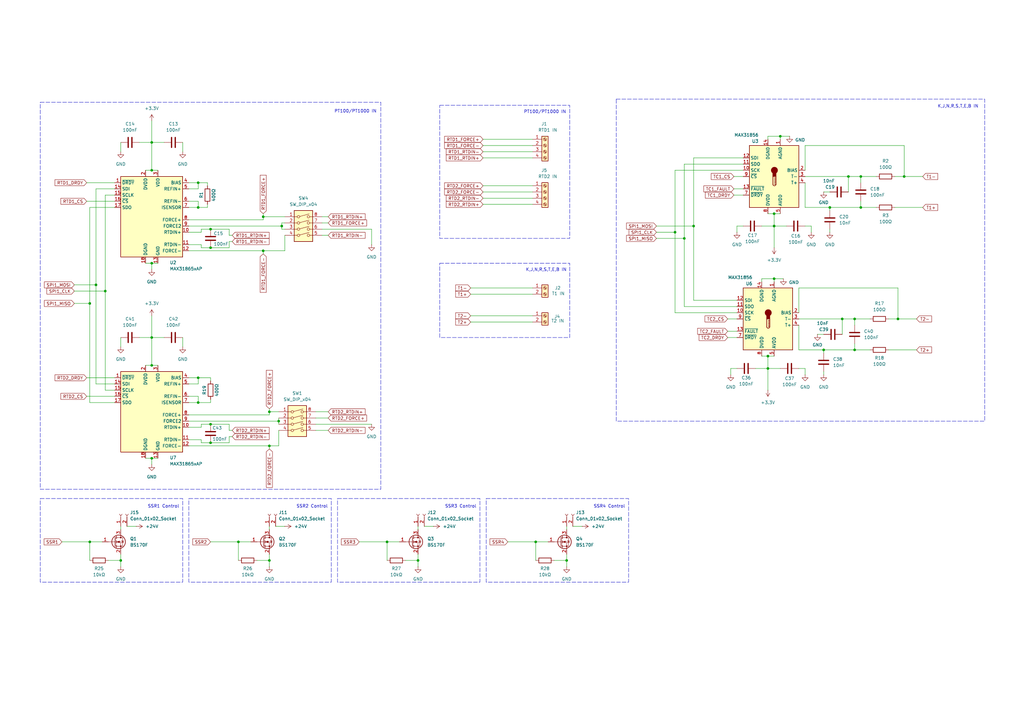
<source format=kicad_sch>
(kicad_sch (version 20231120) (generator "eeschema") (generator_version "8.0")
  (paper "A3")
  (lib_symbols
    (symbol "Connector:Conn_01x02_Socket" (pin_names (offset 1.016) hide)
      (property "Reference" "J" (at 0 2.54 0))
      (property "Value" "Conn_01x02_Socket" (at 0 -5.08 0))
      (symbol "Conn_01x02_Socket_1_1"
        (pin passive line (at -5.08 0 0) (length 3.81) (name "Pin_1") (number "1"))
        (pin passive line (at -5.08 -2.54 0) (length 3.81) (name "Pin_2") (number "2"))
      )
    )
    (symbol "Connector:Screw_Terminal_01x02" (pin_names (offset 1.016) hide)
      (property "Reference" "J" (at 0 2.54 0))
      (property "Value" "Screw_Terminal_01x02" (at 0 -5.08 0))
      (symbol "Screw_Terminal_01x02_1_1"
        (pin passive line (at -5.08 0 0) (length 3.81) (name "Pin_1") (number "1"))
        (pin passive line (at -5.08 -2.54 0) (length 3.81) (name "Pin_2") (number "2"))
      )
    )
    (symbol "Connector:Screw_Terminal_01x04" (pin_names (offset 1.016) hide)
      (property "Reference" "J" (at 0 5.08 0))
      (property "Value" "Screw_Terminal_01x04" (at 0 -7.62 0))
      (symbol "Screw_Terminal_01x04_1_1"
        (pin passive line (at -5.08 2.54 0) (length 3.81) (name "Pin_1") (number "1"))
        (pin passive line (at -5.08 0 0) (length 3.81) (name "Pin_2") (number "2"))
        (pin passive line (at -5.08 -2.54 0) (length 3.81) (name "Pin_3") (number "3"))
        (pin passive line (at -5.08 -5.08 0) (length 3.81) (name "Pin_4") (number "4"))
      )
    )
    (symbol "Device:C" (pin_numbers hide) (pin_names (offset 0.254))
      (property "Reference" "C" (at 0.635 2.54 0))
      (property "Value" "C" (at 0.635 -2.54 0))
      (symbol "C_1_1"
        (pin passive line (at 0 3.81 270) (length 2.794) (name "~") (number "1"))
        (pin passive line (at 0 -3.81 90) (length 2.794) (name "~") (number "2"))
      )
    )
    (symbol "Device:R" (pin_numbers hide) (pin_names (offset 0))
      (property "Reference" "R" (at 2.032 0 90))
      (property "Value" "R" (at 0 0 90))
      (symbol "R_1_1"
        (pin passive line (at 0 3.81 270) (length 1.27) (name "~") (number "1"))
        (pin passive line (at 0 -3.81 90) (length 1.27) (name "~") (number "2"))
      )
    )
    (symbol "Sensor_Temperature:MAX31856"
      (property "Reference" "U" (at -7.62 13.97 0))
      (property "Value" "MAX31856" (at 13.97 13.97 0))
      (symbol "MAX31856_1_1"
        (pin power_in line (at -2.54 -15.24 90) (length 2.54) (name "AGND") (number "1"))
        (pin input line (at 12.7 -2.54 180) (length 2.54) (name "SCK") (number "10"))
        (pin output line (at 12.7 -5.08 180) (length 2.54) (name "SDO") (number "11"))
        (pin input line (at 12.7 -7.62 180) (length 2.54) (name "SDI") (number "12"))
        (pin output line (at 12.7 5.08 180) (length 2.54) (name "~{FAULT}") (number "13"))
        (pin power_in line (at 2.54 -15.24 90) (length 2.54) (name "DGND") (number "14"))
        (pin input line (at -12.7 -2.54 0) (length 2.54) (name "BIAS") (number "2"))
        (pin input line (at -12.7 0 0) (length 2.54) (name "T-") (number "3"))
        (pin input line (at -12.7 2.54 0) (length 2.54) (name "T+") (number "4"))
        (pin power_in line (at -2.54 15.24 270) (length 2.54) (name "AVDD") (number "5"))
        (pin no_connect line (at -10.16 -7.62 0) (length 2.54) hide (name "DNC") (number "6"))
        (pin output line (at 12.7 7.62 180) (length 2.54) (name "~{DRDY}") (number "7"))
        (pin power_in line (at 2.54 15.24 270) (length 2.54) (name "DVDD") (number "8"))
        (pin input line (at 12.7 0 180) (length 2.54) (name "~{CS}") (number "9"))
      )
    )
    (symbol "Sensor_Temperature:MAX31865xAP"
      (property "Reference" "U" (at -11.43 19.05 0))
      (property "Value" "MAX31865xAP" (at 10.16 19.05 0))
      (symbol "MAX31865xAP_1_1"
        (pin output line (at -15.24 15.24 0) (length 2.54) (name "~{DRDY}") (number "1"))
        (pin input line (at 15.24 -5.08 180) (length 2.54) (name "RTDIN+") (number "10"))
        (pin input line (at 15.24 -10.16 180) (length 2.54) (name "RTDIN-") (number "11"))
        (pin power_out line (at 15.24 -12.7 180) (length 2.54) (name "FORCE-") (number "12"))
        (pin power_in line (at 2.54 -17.78 90) (length 2.54) (name "GND") (number "13"))
        (pin input line (at -15.24 12.7 0) (length 2.54) (name "SDI") (number "14"))
        (pin input line (at -15.24 10.16 0) (length 2.54) (name "SCLK") (number "15"))
        (pin input line (at -15.24 7.62 0) (length 2.54) (name "~{CS}") (number "16"))
        (pin tri_state line (at -15.24 5.08 0) (length 2.54) (name "SDO") (number "17"))
        (pin power_in line (at -2.54 -17.78 90) (length 2.54) (name "DGND") (number "18"))
        (pin passive line (at 2.54 -17.78 90) (length 2.54) hide (name "GND") (number "19"))
        (pin power_in line (at -2.54 20.32 270) (length 2.54) (name "DVDD") (number "2"))
        (pin no_connect line (at -12.7 -2.54 0) (length 2.54) hide (name "NC") (number "20"))
        (pin power_in line (at 2.54 20.32 270) (length 2.54) (name "VDD") (number "3"))
        (pin power_out line (at 15.24 15.24 180) (length 2.54) (name "BIAS") (number "4"))
        (pin input line (at 15.24 12.7 180) (length 2.54) (name "REFIN+") (number "5"))
        (pin input line (at 15.24 7.62 180) (length 2.54) (name "REFIN-") (number "6"))
        (pin passive line (at 15.24 5.08 180) (length 2.54) (name "ISENSOR") (number "7"))
        (pin passive line (at 15.24 0 180) (length 2.54) (name "FORCE+") (number "8"))
        (pin input line (at 15.24 -2.54 180) (length 2.54) (name "FORCE2") (number "9"))
      )
    )
    (symbol "Switch:SW_DIP_x04" (pin_names (offset 0) hide)
      (property "Reference" "SW" (at 0 8.89 0))
      (property "Value" "SW_DIP_x04" (at 0 -6.35 0))
      (symbol "SW_DIP_x04_1_1"
        (pin passive line (at -7.62 5.08 0) (length 5.08) (name "~") (number "1"))
        (pin passive line (at -7.62 2.54 0) (length 5.08) (name "~") (number "2"))
        (pin passive line (at -7.62 0 0) (length 5.08) (name "~") (number "3"))
        (pin passive line (at -7.62 -2.54 0) (length 5.08) (name "~") (number "4"))
        (pin passive line (at 7.62 -2.54 180) (length 5.08) (name "~") (number "5"))
        (pin passive line (at 7.62 0 180) (length 5.08) (name "~") (number "6"))
        (pin passive line (at 7.62 2.54 180) (length 5.08) (name "~") (number "7"))
        (pin passive line (at 7.62 5.08 180) (length 5.08) (name "~") (number "8"))
      )
    )
    (symbol "Transistor_FET:BS170F" (pin_names hide)
      (property "Reference" "Q" (at 5.08 1.905 0))
      (property "Value" "BS170F" (at 5.08 0 0))
      (symbol "BS170F_1_1"
        (pin input line (at -5.08 0 0) (length 2.54) (name "G") (number "1"))
        (pin passive line (at 2.54 -5.08 90) (length 2.54) (name "S") (number "2"))
        (pin passive line (at 2.54 5.08 270) (length 2.54) (name "D") (number "3"))
      )
    )
    (symbol "power:+24V" (power) (pin_numbers hide) (pin_names (offset 0) hide)
      (property "Value" "+24V" (at 0 3.556 0))
      (symbol "+24V_1_1"
        (pin power_in line (at 0 0 90) (length 0) (name "~") (number "1"))
      )
    )
    (symbol "power:+3.3V" (power) (pin_numbers hide) (pin_names (offset 0) hide)
      (property "Value" "+3.3V" (at 0 3.556 0))
      (symbol "+3.3V_1_1"
        (pin power_in line (at 0 0 90) (length 0) (name "~") (number "1"))
      )
    )
    (symbol "power:GND" (power) (pin_numbers hide) (pin_names (offset 0) hide)
      (property "Value" "GND" (at 0 -3.81 0))
      (symbol "GND_1_1"
        (pin power_in line (at 0 0 270) (length 0) (name "~") (number "1"))
      )
    )
  )
  (junction (at 276.86 95.25))
  (junction (at 86.36 181.61))
  (junction (at 81.28 74.93))
  (junction (at 368.3 130.81))
  (junction (at 115.57 92.71))
  (junction (at 36.83 124.46))
  (junction (at 350.52 130.81))
  (junction (at 81.28 154.94))
  (junction (at 232.41 229.87))
  (junction (at 43.18 119.38))
  (junction (at 97.79 222.25))
  (junction (at 62.23 107.95))
  (junction (at 314.96 146.05))
  (junction (at 347.98 72.39))
  (junction (at 107.95 102.87))
  (junction (at 62.23 187.96))
  (junction (at 49.53 229.87))
  (junction (at 86.36 93.98))
  (junction (at 314.96 151.13))
  (junction (at 62.23 58.42))
  (junction (at 340.36 85.09))
  (junction (at 350.52 143.51))
  (junction (at 110.49 168.91))
  (junction (at 317.5 114.3))
  (junction (at 62.23 69.85))
  (junction (at 107.95 88.9))
  (junction (at 345.44 130.81))
  (junction (at 317.5 87.63))
  (junction (at 370.84 72.39))
  (junction (at 81.28 85.09))
  (junction (at 317.5 92.71))
  (junction (at 110.49 229.87))
  (junction (at 284.48 92.71))
  (junction (at 36.83 222.25))
  (junction (at 353.06 85.09))
  (junction (at 337.82 143.51))
  (junction (at 86.36 173.99))
  (junction (at 86.36 101.6))
  (junction (at 353.06 72.39))
  (junction (at 114.3 172.72))
  (junction (at 110.49 182.88))
  (junction (at 219.71 222.25))
  (junction (at 158.75 222.25))
  (junction (at 320.04 55.88))
  (junction (at 280.67 97.79))
  (junction (at 62.23 149.86))
  (junction (at 81.28 165.1))
  (junction (at 39.37 116.84))
  (junction (at 171.45 229.87))
  (junction (at 62.23 138.43))
  (wire (pts (xy 132.08 93.98) (xy 152.4 93.98)))
  (wire (pts (xy 317.5 92.71) (xy 312.42 92.71)))
  (wire (pts (xy 300.99 72.39) (xy 304.8 72.39)))
  (wire (pts (xy 81.28 165.1) (xy 86.36 165.1)))
  (wire (pts (xy 74.93 58.42) (xy 74.93 62.23)))
  (wire (pts (xy 113.03 215.9) (xy 116.84 215.9)))
  (wire (pts (xy 86.36 165.1) (xy 86.36 163.83)))
  (wire (pts (xy 330.2 151.13) (xy 330.2 153.67)))
  (wire (pts (xy 35.56 162.56) (xy 46.99 162.56)))
  (wire (pts (xy 25.4 222.25) (xy 36.83 222.25)))
  (wire (pts (xy 107.95 88.9) (xy 116.84 88.9)))
  (wire (pts (xy 314.96 55.88) (xy 320.04 55.88)))
  (wire (pts (xy 312.42 114.3) (xy 317.5 114.3)))
  (wire (pts (xy 39.37 77.47) (xy 39.37 116.84)))
  (wire (pts (xy 276.86 95.25) (xy 269.24 95.25)))
  (wire (pts (xy 49.53 138.43) (xy 49.53 142.24)))
  (wire (pts (xy 147.32 222.25) (xy 158.75 222.25)))
  (wire (pts (xy 49.53 229.87) (xy 49.53 232.41)))
  (wire (pts (xy 320.04 55.88) (xy 323.85 55.88)))
  (wire (pts (xy 82.55 181.61) (xy 86.36 181.61)))
  (wire (pts (xy 198.12 57.15) (xy 218.44 57.15)))
  (wire (pts (xy 198.12 59.69) (xy 218.44 59.69)))
  (wire (pts (xy 330.2 69.85) (xy 330.2 59.69)))
  (wire (pts (xy 114.3 172.72) (xy 114.3 173.99)))
  (wire (pts (xy 284.48 92.71) (xy 269.24 92.71)))
  (wire (pts (xy 276.86 128.27) (xy 276.86 95.25)))
  (wire (pts (xy 337.82 144.78) (xy 337.82 143.51)))
  (wire (pts (xy 227.33 229.87) (xy 232.41 229.87)))
  (wire (pts (xy 304.8 92.71) (xy 302.26 92.71)))
  (wire (pts (xy 327.66 143.51) (xy 337.82 143.51)))
  (wire (pts (xy 347.98 72.39) (xy 347.98 78.74)))
  (wire (pts (xy 312.42 146.05) (xy 314.96 146.05)))
  (wire (pts (xy 208.28 222.25) (xy 219.71 222.25)))
  (wire (pts (xy 152.4 93.98) (xy 152.4 100.33)))
  (wire (pts (xy 314.96 146.05) (xy 317.5 146.05)))
  (wire (pts (xy 367.03 85.09) (xy 378.46 85.09)))
  (wire (pts (xy 77.47 175.26) (xy 82.55 175.26)))
  (wire (pts (xy 116.84 91.44) (xy 115.57 91.44)))
  (wire (pts (xy 340.36 86.36) (xy 340.36 85.09)))
  (wire (pts (xy 327.66 118.11) (xy 368.3 118.11)))
  (wire (pts (xy 314.96 87.63) (xy 317.5 87.63)))
  (wire (pts (xy 46.99 85.09) (xy 36.83 85.09)))
  (wire (pts (xy 62.23 107.95) (xy 62.23 110.49)))
  (wire (pts (xy 36.83 85.09) (xy 36.83 124.46)))
  (wire (pts (xy 350.52 140.97) (xy 350.52 143.51)))
  (wire (pts (xy 93.98 179.07) (xy 95.25 179.07)))
  (wire (pts (xy 77.47 90.17) (xy 107.95 90.17)))
  (wire (pts (xy 219.71 222.25) (xy 219.71 229.87)))
  (wire (pts (xy 193.04 120.65) (xy 218.44 120.65)))
  (wire (pts (xy 132.08 88.9) (xy 134.62 88.9)))
  (wire (pts (xy 36.83 222.25) (xy 41.91 222.25)))
  (wire (pts (xy 320.04 57.15) (xy 320.04 55.88)))
  (wire (pts (xy 77.47 182.88) (xy 110.49 182.88)))
  (wire (pts (xy 284.48 123.19) (xy 302.26 123.19)))
  (wire (pts (xy 62.23 138.43) (xy 67.31 138.43)))
  (wire (pts (xy 77.47 95.25) (xy 82.55 95.25)))
  (wire (pts (xy 82.55 101.6) (xy 86.36 101.6)))
  (wire (pts (xy 62.23 58.42) (xy 67.31 58.42)))
  (wire (pts (xy 59.69 187.96) (xy 62.23 187.96)))
  (wire (pts (xy 353.06 74.93) (xy 353.06 72.39)))
  (wire (pts (xy 345.44 130.81) (xy 350.52 130.81)))
  (wire (pts (xy 52.07 215.9) (xy 55.88 215.9)))
  (wire (pts (xy 368.3 130.81) (xy 364.49 130.81)))
  (wire (pts (xy 85.09 74.93) (xy 85.09 76.2)))
  (wire (pts (xy 368.3 130.81) (xy 375.92 130.81)))
  (wire (pts (xy 347.98 72.39) (xy 353.06 72.39)))
  (wire (pts (xy 93.98 99.06) (xy 95.25 99.06)))
  (wire (pts (xy 82.55 101.6) (xy 82.55 100.33)))
  (wire (pts (xy 132.08 96.52) (xy 134.62 96.52)))
  (wire (pts (xy 97.79 222.25) (xy 97.79 229.87)))
  (wire (pts (xy 232.41 229.87) (xy 232.41 232.41)))
  (wire (pts (xy 44.45 229.87) (xy 49.53 229.87)))
  (wire (pts (xy 36.83 222.25) (xy 36.83 229.87)))
  (wire (pts (xy 276.86 128.27) (xy 302.26 128.27)))
  (wire (pts (xy 114.3 176.53) (xy 114.3 182.88)))
  (wire (pts (xy 43.18 119.38) (xy 30.48 119.38)))
  (wire (pts (xy 314.96 160.02) (xy 314.96 151.13)))
  (wire (pts (xy 77.47 77.47) (xy 81.28 77.47)))
  (wire (pts (xy 93.98 179.07) (xy 93.98 181.61)))
  (wire (pts (xy 198.12 81.28) (xy 218.44 81.28)))
  (wire (pts (xy 280.67 125.73) (xy 280.67 97.79)))
  (wire (pts (xy 350.52 143.51) (xy 356.87 143.51)))
  (wire (pts (xy 171.45 215.9) (xy 171.45 217.17)))
  (wire (pts (xy 327.66 128.27) (xy 327.66 118.11)))
  (wire (pts (xy 314.96 151.13) (xy 309.88 151.13)))
  (wire (pts (xy 298.45 130.81) (xy 302.26 130.81)))
  (wire (pts (xy 327.66 130.81) (xy 345.44 130.81)))
  (wire (pts (xy 335.28 137.16) (xy 337.82 137.16)))
  (wire (pts (xy 59.69 149.86) (xy 62.23 149.86)))
  (wire (pts (xy 158.75 222.25) (xy 163.83 222.25)))
  (wire (pts (xy 39.37 77.47) (xy 46.99 77.47)))
  (wire (pts (xy 219.71 222.25) (xy 224.79 222.25)))
  (wire (pts (xy 77.47 157.48) (xy 81.28 157.48)))
  (wire (pts (xy 81.28 154.94) (xy 81.28 157.48)))
  (wire (pts (xy 110.49 227.33) (xy 110.49 229.87)))
  (wire (pts (xy 35.56 74.93) (xy 46.99 74.93)))
  (wire (pts (xy 232.41 215.9) (xy 232.41 217.17)))
  (wire (pts (xy 86.36 154.94) (xy 81.28 154.94)))
  (wire (pts (xy 93.98 96.52) (xy 93.98 93.98)))
  (wire (pts (xy 312.42 115.57) (xy 312.42 114.3)))
  (wire (pts (xy 320.04 151.13) (xy 314.96 151.13)))
  (wire (pts (xy 330.2 85.09) (xy 340.36 85.09)))
  (wire (pts (xy 350.52 133.35) (xy 350.52 130.81)))
  (wire (pts (xy 82.55 93.98) (xy 86.36 93.98)))
  (wire (pts (xy 337.82 143.51) (xy 350.52 143.51)))
  (wire (pts (xy 364.49 143.51) (xy 375.92 143.51)))
  (wire (pts (xy 81.28 74.93) (xy 85.09 74.93)))
  (wire (pts (xy 193.04 129.54) (xy 218.44 129.54)))
  (wire (pts (xy 350.52 130.81) (xy 356.87 130.81)))
  (wire (pts (xy 35.56 82.55) (xy 46.99 82.55)))
  (wire (pts (xy 81.28 85.09) (xy 81.28 82.55)))
  (wire (pts (xy 129.54 168.91) (xy 134.62 168.91)))
  (wire (pts (xy 317.5 87.63) (xy 317.5 92.71)))
  (wire (pts (xy 77.47 172.72) (xy 114.3 172.72)))
  (wire (pts (xy 284.48 64.77) (xy 304.8 64.77)))
  (wire (pts (xy 110.49 182.88) (xy 114.3 182.88)))
  (wire (pts (xy 82.55 100.33) (xy 77.47 100.33)))
  (wire (pts (xy 298.45 135.89) (xy 302.26 135.89)))
  (wire (pts (xy 345.44 130.81) (xy 345.44 137.16)))
  (wire (pts (xy 330.2 59.69) (xy 370.84 59.69)))
  (wire (pts (xy 332.74 92.71) (xy 330.2 92.71)))
  (wire (pts (xy 43.18 119.38) (xy 43.18 160.02)))
  (wire (pts (xy 276.86 69.85) (xy 304.8 69.85)))
  (wire (pts (xy 370.84 72.39) (xy 367.03 72.39)))
  (wire (pts (xy 36.83 165.1) (xy 46.99 165.1)))
  (wire (pts (xy 110.49 229.87) (xy 110.49 232.41)))
  (wire (pts (xy 62.23 149.86) (xy 62.23 138.43)))
  (wire (pts (xy 107.95 102.87) (xy 107.95 104.14)))
  (wire (pts (xy 314.96 57.15) (xy 314.96 55.88)))
  (wire (pts (xy 115.57 93.98) (xy 116.84 93.98)))
  (wire (pts (xy 337.82 78.74) (xy 340.36 78.74)))
  (wire (pts (xy 232.41 227.33) (xy 232.41 229.87)))
  (wire (pts (xy 85.09 85.09) (xy 85.09 83.82)))
  (wire (pts (xy 115.57 91.44) (xy 115.57 92.71)))
  (wire (pts (xy 93.98 99.06) (xy 93.98 101.6)))
  (wire (pts (xy 110.49 167.64) (xy 110.49 168.91)))
  (wire (pts (xy 198.12 64.77) (xy 218.44 64.77)))
  (wire (pts (xy 82.55 180.34) (xy 77.47 180.34)))
  (wire (pts (xy 173.99 215.9) (xy 177.8 215.9)))
  (wire (pts (xy 57.15 138.43) (xy 62.23 138.43)))
  (wire (pts (xy 317.5 114.3) (xy 321.31 114.3)))
  (wire (pts (xy 302.26 151.13) (xy 299.72 151.13)))
  (wire (pts (xy 353.06 82.55) (xy 353.06 85.09)))
  (wire (pts (xy 107.95 102.87) (xy 116.84 102.87)))
  (wire (pts (xy 49.53 58.42) (xy 49.53 62.23)))
  (wire (pts (xy 317.5 101.6) (xy 317.5 92.71)))
  (wire (pts (xy 82.55 173.99) (xy 86.36 173.99)))
  (wire (pts (xy 107.95 90.17) (xy 107.95 88.9)))
  (wire (pts (xy 280.67 67.31) (xy 304.8 67.31)))
  (wire (pts (xy 36.83 165.1) (xy 36.83 124.46)))
  (wire (pts (xy 193.04 132.08) (xy 218.44 132.08)))
  (wire (pts (xy 77.47 102.87) (xy 107.95 102.87)))
  (wire (pts (xy 198.12 62.23) (xy 218.44 62.23)))
  (wire (pts (xy 62.23 187.96) (xy 62.23 190.5)))
  (wire (pts (xy 115.57 93.98) (xy 115.57 92.71)))
  (wire (pts (xy 340.36 93.98) (xy 340.36 95.25)))
  (wire (pts (xy 105.41 229.87) (xy 110.49 229.87)))
  (wire (pts (xy 284.48 123.19) (xy 284.48 92.71)))
  (wire (pts (xy 330.2 72.39) (xy 347.98 72.39)))
  (wire (pts (xy 166.37 229.87) (xy 171.45 229.87)))
  (wire (pts (xy 314.96 146.05) (xy 314.96 151.13)))
  (wire (pts (xy 93.98 176.53) (xy 93.98 173.99)))
  (wire (pts (xy 276.86 69.85) (xy 276.86 95.25)))
  (wire (pts (xy 317.5 115.57) (xy 317.5 114.3)))
  (wire (pts (xy 59.69 107.95) (xy 62.23 107.95)))
  (wire (pts (xy 368.3 118.11) (xy 368.3 130.81)))
  (wire (pts (xy 299.72 151.13) (xy 299.72 153.67)))
  (wire (pts (xy 114.3 172.72) (xy 114.3 171.45)))
  (wire (pts (xy 129.54 176.53) (xy 134.62 176.53)))
  (wire (pts (xy 62.23 107.95) (xy 64.77 107.95)))
  (wire (pts (xy 82.55 175.26) (xy 82.55 173.99)))
  (wire (pts (xy 198.12 76.2) (xy 218.44 76.2)))
  (wire (pts (xy 284.48 64.77) (xy 284.48 92.71)))
  (wire (pts (xy 95.25 176.53) (xy 93.98 176.53)))
  (wire (pts (xy 62.23 49.53) (xy 62.23 58.42)))
  (wire (pts (xy 77.47 165.1) (xy 81.28 165.1)))
  (wire (pts (xy 62.23 129.54) (xy 62.23 138.43)))
  (wire (pts (xy 43.18 160.02) (xy 46.99 160.02)))
  (wire (pts (xy 370.84 72.39) (xy 378.46 72.39)))
  (wire (pts (xy 82.55 181.61) (xy 82.55 180.34)))
  (wire (pts (xy 95.25 96.52) (xy 93.98 96.52)))
  (wire (pts (xy 171.45 227.33) (xy 171.45 229.87)))
  (wire (pts (xy 110.49 168.91) (xy 114.3 168.91)))
  (wire (pts (xy 86.36 222.25) (xy 97.79 222.25)))
  (wire (pts (xy 81.28 77.47) (xy 81.28 74.93)))
  (wire (pts (xy 327.66 133.35) (xy 327.66 143.51)))
  (wire (pts (xy 93.98 101.6) (xy 86.36 101.6)))
  (wire (pts (xy 132.08 91.44) (xy 134.62 91.44)))
  (wire (pts (xy 234.95 215.9) (xy 238.76 215.9)))
  (wire (pts (xy 330.2 151.13) (xy 327.66 151.13)))
  (wire (pts (xy 330.2 74.93) (xy 330.2 85.09)))
  (wire (pts (xy 129.54 171.45) (xy 134.62 171.45)))
  (wire (pts (xy 97.79 222.25) (xy 102.87 222.25)))
  (wire (pts (xy 39.37 116.84) (xy 30.48 116.84)))
  (wire (pts (xy 59.69 69.85) (xy 62.23 69.85)))
  (wire (pts (xy 158.75 222.25) (xy 158.75 229.87)))
  (wire (pts (xy 77.47 85.09) (xy 81.28 85.09)))
  (wire (pts (xy 36.83 124.46) (xy 30.48 124.46)))
  (wire (pts (xy 77.47 170.18) (xy 110.49 170.18)))
  (wire (pts (xy 81.28 85.09) (xy 85.09 85.09)))
  (wire (pts (xy 49.53 227.33) (xy 49.53 229.87)))
  (wire (pts (xy 337.82 152.4) (xy 337.82 153.67)))
  (wire (pts (xy 77.47 162.56) (xy 81.28 162.56)))
  (wire (pts (xy 300.99 80.01) (xy 304.8 80.01)))
  (wire (pts (xy 43.18 80.01) (xy 46.99 80.01)))
  (wire (pts (xy 340.36 85.09) (xy 353.06 85.09)))
  (wire (pts (xy 107.95 87.63) (xy 107.95 88.9)))
  (wire (pts (xy 280.67 97.79) (xy 269.24 97.79)))
  (wire (pts (xy 353.06 72.39) (xy 359.41 72.39)))
  (wire (pts (xy 353.06 85.09) (xy 359.41 85.09)))
  (wire (pts (xy 332.74 92.71) (xy 332.74 95.25)))
  (wire (pts (xy 300.99 77.47) (xy 304.8 77.47)))
  (wire (pts (xy 57.15 58.42) (xy 62.23 58.42)))
  (wire (pts (xy 280.67 125.73) (xy 302.26 125.73)))
  (wire (pts (xy 280.67 67.31) (xy 280.67 97.79)))
  (wire (pts (xy 62.23 69.85) (xy 64.77 69.85)))
  (wire (pts (xy 77.47 82.55) (xy 81.28 82.55)))
  (wire (pts (xy 302.26 92.71) (xy 302.26 95.25)))
  (wire (pts (xy 81.28 165.1) (xy 81.28 162.56)))
  (wire (pts (xy 171.45 229.87) (xy 171.45 232.41)))
  (wire (pts (xy 322.58 92.71) (xy 317.5 92.71)))
  (wire (pts (xy 129.54 173.99) (xy 152.4 173.99)))
  (wire (pts (xy 39.37 157.48) (xy 46.99 157.48)))
  (wire (pts (xy 82.55 95.25) (xy 82.55 93.98)))
  (wire (pts (xy 198.12 83.82) (xy 218.44 83.82)))
  (wire (pts (xy 317.5 87.63) (xy 320.04 87.63)))
  (wire (pts (xy 77.47 92.71) (xy 115.57 92.71)))
  (wire (pts (xy 77.47 154.94) (xy 81.28 154.94)))
  (wire (pts (xy 62.23 69.85) (xy 62.23 58.42)))
  (wire (pts (xy 116.84 96.52) (xy 116.84 102.87)))
  (wire (pts (xy 298.45 138.43) (xy 302.26 138.43)))
  (wire (pts (xy 110.49 182.88) (xy 110.49 184.15)))
  (wire (pts (xy 193.04 118.11) (xy 218.44 118.11)))
  (wire (pts (xy 198.12 78.74) (xy 218.44 78.74)))
  (wire (pts (xy 39.37 157.48) (xy 39.37 116.84)))
  (wire (pts (xy 110.49 215.9) (xy 110.49 217.17)))
  (wire (pts (xy 110.49 170.18) (xy 110.49 168.91)))
  (wire (pts (xy 370.84 59.69) (xy 370.84 72.39)))
  (wire (pts (xy 74.93 138.43) (xy 74.93 142.24)))
  (wire (pts (xy 49.53 215.9) (xy 49.53 217.17)))
  (wire (pts (xy 86.36 156.21) (xy 86.36 154.94)))
  (wire (pts (xy 35.56 154.94) (xy 46.99 154.94)))
  (wire (pts (xy 93.98 173.99) (xy 86.36 173.99)))
  (wire (pts (xy 93.98 93.98) (xy 86.36 93.98)))
  (wire (pts (xy 77.47 74.93) (xy 81.28 74.93)))
  (wire (pts (xy 62.23 187.96) (xy 64.77 187.96)))
  (wire (pts (xy 62.23 149.86) (xy 64.77 149.86)))
  (wire (pts (xy 93.98 181.61) (xy 86.36 181.61)))
  (wire (pts (xy 43.18 80.01) (xy 43.18 119.38)))
  (rectangle (start 138.43 204.47) (end 196.85 238.76) (stroke (width 0) (type dash)))
  (rectangle (start 180.34 43.18) (end 233.68 97.79) (stroke (width 0) (type dash)))
  (rectangle (start 16.51 41.91) (end 156.21 200.66) (stroke (width 0) (type dash)))
  (rectangle (start 180.34 107.95) (end 233.68 138.43) (stroke (width 0) (type dash)))
  (rectangle (start 16.51 204.47) (end 74.93 238.76) (stroke (width 0) (type dash)))
  (rectangle (start 77.47 204.47) (end 135.89 238.76) (stroke (width 0) (type dash)))
  (rectangle (start 199.39 204.47) (end 257.81 238.76) (stroke (width 0) (type dash)))
  (rectangle (start 252.73 40.64) (end 403.86 172.72) (stroke (width 0) (type dash)))
  (text "K,J,N,R,S,T,E,B IN" (at 392.938 43.688 0) (effects (font (size 1.27 1.27))))
  (text "PT100/PT1000 IN" (at 223.52 45.974 0) (effects (font (size 1.27 1.27))))
  (text "SSR2 Control" (at 128.016 207.772 0) (effects (font (size 1.27 1.27))))
  (text "PT100/PT1000 IN" (at 145.796 45.72 0) (effects (font (size 1.27 1.27))))
  (text "K,J,N,R,S,T,E,B IN" (at 224.028 110.744 0) (effects (font (size 1.27 1.27))))
  (text "SSR4 Control" (at 249.936 207.772 0) (effects (font (size 1.27 1.27))))
  (text "SSR3 Control" (at 188.976 207.772 0) (effects (font (size 1.27 1.27))))
  (text "SSR1 Control" (at 67.056 207.772 0) (effects (font (size 1.27 1.27))))
  (global_label "RTD1_RTDIN-" (shape input) (at 134.62 96.52 0) (property "Intersheetrefs" "${INTERSHEET_REFS}" (effects (hide yes))))
  (global_label "T2-" (shape input) (at 193.04 129.54 180) (property "Intersheetrefs" "${INTERSHEET_REFS}" (effects (hide yes))))
  (global_label "SSR4" (shape input) (at 208.28 222.25 180) (property "Intersheetrefs" "${INTERSHEET_REFS}" (effects (hide yes))))
  (global_label "SPI1_MISO" (shape input) (at 30.48 124.46 180) (property "Intersheetrefs" "${INTERSHEET_REFS}" (effects (hide yes))))
  (global_label "RTD1_RTDIN+" (shape input) (at 95.25 96.52 0) (property "Intersheetrefs" "${INTERSHEET_REFS}" (effects (hide yes))))
  (global_label "T1+" (shape input) (at 378.46 85.09 0) (property "Intersheetrefs" "${INTERSHEET_REFS}" (effects (hide yes))))
  (global_label "SPI1_MISO" (shape input) (at 269.24 97.79 180) (property "Intersheetrefs" "${INTERSHEET_REFS}" (effects (hide yes))))
  (global_label "RTD2_RTDIN+" (shape input) (at 95.25 176.53 0) (property "Intersheetrefs" "${INTERSHEET_REFS}" (effects (hide yes))))
  (global_label "TC2_CS" (shape input) (at 298.45 130.81 180) (property "Intersheetrefs" "${INTERSHEET_REFS}" (effects (hide yes))))
  (global_label "T2+" (shape input) (at 375.92 143.51 0) (property "Intersheetrefs" "${INTERSHEET_REFS}" (effects (hide yes))))
  (global_label "RTD1_RTDIN+" (shape input) (at 134.62 88.9 0) (property "Intersheetrefs" "${INTERSHEET_REFS}" (effects (hide yes))))
  (global_label "RTD2_FORCE-" (shape input) (at 198.12 78.74 180) (property "Intersheetrefs" "${INTERSHEET_REFS}" (effects (hide yes))))
  (global_label "RTD1_RTDIN-" (shape input) (at 95.25 99.06 0) (property "Intersheetrefs" "${INTERSHEET_REFS}" (effects (hide yes))))
  (global_label "RTD1_FORCE-" (shape input) (at 198.12 59.69 180) (property "Intersheetrefs" "${INTERSHEET_REFS}" (effects (hide yes))))
  (global_label "RTD2_RTDIN-" (shape input) (at 198.12 81.28 180) (property "Intersheetrefs" "${INTERSHEET_REFS}" (effects (hide yes))))
  (global_label "T2-" (shape input) (at 375.92 130.81 0) (property "Intersheetrefs" "${INTERSHEET_REFS}" (effects (hide yes))))
  (global_label "TC1_FAULT" (shape input) (at 300.99 77.47 180) (property "Intersheetrefs" "${INTERSHEET_REFS}" (effects (hide yes))))
  (global_label "RTD1_FORCE+" (shape input) (at 134.62 91.44 0) (property "Intersheetrefs" "${INTERSHEET_REFS}" (effects (hide yes))))
  (global_label "RTD2_RTDIN-" (shape input) (at 134.62 176.53 0) (property "Intersheetrefs" "${INTERSHEET_REFS}" (effects (hide yes))))
  (global_label "RTD2_RTDIN-" (shape input) (at 95.25 179.07 0) (property "Intersheetrefs" "${INTERSHEET_REFS}" (effects (hide yes))))
  (global_label "TC1_DRDY" (shape input) (at 300.99 80.01 180) (property "Intersheetrefs" "${INTERSHEET_REFS}" (effects (hide yes))))
  (global_label "TC2_FAULT" (shape input) (at 298.45 135.89 180) (property "Intersheetrefs" "${INTERSHEET_REFS}" (effects (hide yes))))
  (global_label "SSR2" (shape input) (at 86.36 222.25 180) (property "Intersheetrefs" "${INTERSHEET_REFS}" (effects (hide yes))))
  (global_label "TC1_CS" (shape input) (at 300.99 72.39 180) (property "Intersheetrefs" "${INTERSHEET_REFS}" (effects (hide yes))))
  (global_label "T1-" (shape input) (at 193.04 118.11 180) (property "Intersheetrefs" "${INTERSHEET_REFS}" (effects (hide yes))))
  (global_label "SPI1_MOSI" (shape input) (at 30.48 116.84 180) (property "Intersheetrefs" "${INTERSHEET_REFS}" (effects (hide yes))))
  (global_label "RTD1_RTDIN+" (shape input) (at 198.12 64.77 180) (property "Intersheetrefs" "${INTERSHEET_REFS}" (effects (hide yes))))
  (global_label "RTD2_FORCE+" (shape input) (at 134.62 171.45 0) (property "Intersheetrefs" "${INTERSHEET_REFS}" (effects (hide yes))))
  (global_label "RTD2_CS" (shape input) (at 35.56 162.56 180) (property "Intersheetrefs" "${INTERSHEET_REFS}" (effects (hide yes))))
  (global_label "RTD1_FORCE+" (shape input) (at 107.95 87.63 90) (property "Intersheetrefs" "${INTERSHEET_REFS}" (effects (hide yes))))
  (global_label "RTD2_FORCE+" (shape input) (at 198.12 76.2 180) (property "Intersheetrefs" "${INTERSHEET_REFS}" (effects (hide yes))))
  (global_label "RTD1_DRDY" (shape input) (at 35.56 74.93 180) (property "Intersheetrefs" "${INTERSHEET_REFS}" (effects (hide yes))))
  (global_label "RTD1_FORCE-" (shape input) (at 107.95 104.14 270) (property "Intersheetrefs" "${INTERSHEET_REFS}" (effects (hide yes))))
  (global_label "SSR3" (shape input) (at 147.32 222.25 180) (property "Intersheetrefs" "${INTERSHEET_REFS}" (effects (hide yes))))
  (global_label "RTD2_FORCE-" (shape input) (at 110.49 184.15 270) (property "Intersheetrefs" "${INTERSHEET_REFS}" (effects (hide yes))))
  (global_label "T1-" (shape input) (at 378.46 72.39 0) (property "Intersheetrefs" "${INTERSHEET_REFS}" (effects (hide yes))))
  (global_label "RTD1_FORCE+" (shape input) (at 198.12 57.15 180) (property "Intersheetrefs" "${INTERSHEET_REFS}" (effects (hide yes))))
  (global_label "SPI1_CLK" (shape input) (at 30.48 119.38 180) (property "Intersheetrefs" "${INTERSHEET_REFS}" (effects (hide yes))))
  (global_label "T2+" (shape input) (at 193.04 132.08 180) (property "Intersheetrefs" "${INTERSHEET_REFS}" (effects (hide yes))))
  (global_label "RTD2_RTDIN+" (shape input) (at 198.12 83.82 180) (property "Intersheetrefs" "${INTERSHEET_REFS}" (effects (hide yes))))
  (global_label "SPI1_CLK" (shape input) (at 269.24 95.25 180) (property "Intersheetrefs" "${INTERSHEET_REFS}" (effects (hide yes))))
  (global_label "RTD1_RTDIN-" (shape input) (at 198.12 62.23 180) (property "Intersheetrefs" "${INTERSHEET_REFS}" (effects (hide yes))))
  (global_label "T1+" (shape input) (at 193.04 120.65 180) (property "Intersheetrefs" "${INTERSHEET_REFS}" (effects (hide yes))))
  (global_label "RTD2_FORCE+" (shape input) (at 110.49 167.64 90) (property "Intersheetrefs" "${INTERSHEET_REFS}" (effects (hide yes))))
  (global_label "TC2_DRDY" (shape input) (at 298.45 138.43 180) (property "Intersheetrefs" "${INTERSHEET_REFS}" (effects (hide yes))))
  (global_label "SPI1_MOSI" (shape input) (at 269.24 92.71 180) (property "Intersheetrefs" "${INTERSHEET_REFS}" (effects (hide yes))))
  (global_label "RTD2_DRDY" (shape input) (at 35.56 154.94 180) (property "Intersheetrefs" "${INTERSHEET_REFS}" (effects (hide yes))))
  (global_label "RTD1_CS" (shape input) (at 35.56 82.55 180) (property "Intersheetrefs" "${INTERSHEET_REFS}" (effects (hide yes))))
  (global_label "SSR1" (shape input) (at 25.4 222.25 180) (property "Intersheetrefs" "${INTERSHEET_REFS}" (effects (hide yes))))
  (global_label "RTD2_RTDIN+" (shape input) (at 134.62 168.91 0) (property "Intersheetrefs" "${INTERSHEET_REFS}" (effects (hide yes))))
  (symbol (lib_id "power:GND") (at 74.93 142.24 0) (unit 1)
    (property "Reference" "#PWR058" (effects (hide yes)))
    (property "Value" "GND" (at 74.93 147.32 0))
    (property "Description" "Power symbol creates a global label with name \"GND\" , ground" (effects (hide yes)))
  )
  (symbol (lib_id "Device:R") (at 162.56 229.87 90) (unit 1)
    (property "Reference" "R27" (at 162.56 233.172 90))
    (property "Value" "10kΩ" (at 162.56 235.712 90))
    (property "Footprint" "Resistor_SMD:R_0805_2012Metric_Pad1.20x1.40mm_HandSolder" (effects (hide yes)))
    (property "Description" "Resistor" (effects (hide yes)))
  )
  (symbol (lib_id "Device:R") (at 86.36 160.02 180) (unit 1)
    (property "Reference" "R19" (at 83.82 160.02 90))
    (property "Value" "400Ω" (at 88.9 160.02 90))
    (property "Footprint" "Resistor_SMD:R_0805_2012Metric_Pad1.20x1.40mm_HandSolder" (effects (hide yes)))
    (property "Description" "Resistor" (effects (hide yes)))
  )
  (symbol (lib_id "Switch:SW_DIP_x04") (at 124.46 93.98 0) (unit 1)
    (property "Reference" "SW4" (at 124.46 81.28 0))
    (property "Value" "SW_DIP_x04" (at 124.46 83.82 0))
    (property "Footprint" "Button_Switch_SMD:SW_DIP_SPSTx04_Slide_Omron_A6H-4101_W6.15mm_P1.27mm" (effects (hide yes)))
    (property "Description" "4x DIP Switch, Single Pole Single Throw (SPST) switch, small symbol" (effects (hide yes)))
  )
  (symbol (lib_id "power:GND") (at 299.72 153.67 0) (unit 1)
    (property "Reference" "#PWR049" (effects (hide yes)))
    (property "Value" "GND" (at 299.72 158.75 0))
    (property "Description" "Power symbol creates a global label with name \"GND\" , ground" (effects (hide yes)))
  )
  (symbol (lib_id "Device:C") (at 86.36 97.79 180) (unit 1)
    (property "Reference" "C15" (at 87.63 95.758 0) (effects (justify right)))
    (property "Value" "100nF" (at 87.63 100.076 0) (effects (justify right)))
    (property "Footprint" "Capacitor_SMD:C_0805_2012Metric_Pad1.18x1.45mm_HandSolder" (effects (hide yes)))
    (property "Description" "Unpolarized capacitor" (effects (hide yes)))
  )
  (symbol (lib_id "power:+3.3V") (at 317.5 101.6 180) (unit 1)
    (property "Reference" "#PWR016" (effects (hide yes)))
    (property "Value" "+3.3V" (at 317.5 106.68 0))
    (property "Description" "Power symbol creates a global label with name \"+3.3V\"" (effects (hide yes)))
  )
  (symbol (lib_id "Device:C") (at 350.52 137.16 0) (unit 1)
    (property "Reference" "C40" (at 354.33 135.8899 0) (effects (justify left)))
    (property "Value" "100nF" (at 354.33 138.4299 0) (effects (justify left)))
    (property "Footprint" "Capacitor_SMD:C_0805_2012Metric_Pad1.18x1.45mm_HandSolder" (effects (hide yes)))
    (property "Description" "Unpolarized capacitor" (effects (hide yes)))
  )
  (symbol (lib_id "Connector:Conn_01x02_Socket") (at 49.53 210.82 90) (unit 1)
    (property "Reference" "J15" (at 53.34 210.1849 90) (effects (justify right)))
    (property "Value" "Conn_01x02_Socket" (at 53.34 212.7249 90) (effects (justify right)))
    (property "Footprint" "Connector_Wire:SolderWire-1sqmm_1x02_P5.4mm_D1.4mm_OD2.7mm" (effects (hide yes)))
    (property "Description" "Generic connector, single row, 01x02, script generated" (effects (hide yes)))
  )
  (symbol (lib_id "Connector:Screw_Terminal_01x04") (at 223.52 59.69 0) (unit 1)
    (property "Reference" "J1" (at 221.996 50.8 0) (effects (justify left)))
    (property "Value" "RTD1 IN" (at 220.726 53.34 0) (effects (justify left)))
    (property "Footprint" "TerminalBlock_Phoenix:TerminalBlock_Phoenix_MKDS-1,5-4_1x04_P5.00mm_Horizontal" (effects (hide yes)))
    (property "Description" "Generic screw terminal, single row, 01x04, script generated (kicad-library-utils/schlib/autogen/connector/)" (effects (hide yes)))
  )
  (symbol (lib_id "Device:R") (at 360.68 130.81 270) (unit 1)
    (property "Reference" "R17" (at 360.68 124.46 90))
    (property "Value" "100Ω" (at 360.68 127 90))
    (property "Footprint" "Resistor_SMD:R_0805_2012Metric_Pad1.20x1.40mm_HandSolder" (effects (hide yes)))
    (property "Description" "Resistor" (effects (hide yes)))
  )
  (symbol (lib_id "Device:R") (at 360.68 143.51 90) (unit 1)
    (property "Reference" "R18" (at 360.68 146.812 90))
    (property "Value" "100Ω" (at 360.68 149.352 90))
    (property "Footprint" "Resistor_SMD:R_0805_2012Metric_Pad1.20x1.40mm_HandSolder" (effects (hide yes)))
    (property "Description" "Resistor" (effects (hide yes)))
  )
  (symbol (lib_id "power:GND") (at 49.53 142.24 0) (unit 1)
    (property "Reference" "#PWR055" (effects (hide yes)))
    (property "Value" "GND" (at 49.53 147.32 0))
    (property "Description" "Power symbol creates a global label with name \"GND\" , ground" (effects (hide yes)))
  )
  (symbol (lib_id "Device:C") (at 86.36 177.8 180) (unit 1)
    (property "Reference" "C43" (at 87.122 175.514 0) (effects (justify right)))
    (property "Value" "100nF" (at 87.122 180.086 0) (effects (justify right)))
    (property "Footprint" "Capacitor_SMD:C_0805_2012Metric_Pad1.18x1.45mm_HandSolder" (effects (hide yes)))
    (property "Description" "Unpolarized capacitor" (effects (hide yes)))
  )
  (symbol (lib_id "Transistor_FET:BS170F") (at 46.99 222.25 0) (unit 1)
    (property "Reference" "Q1" (at 53.34 220.9799 0) (effects (justify left)))
    (property "Value" "BS170F" (at 53.34 223.5199 0) (effects (justify left)))
    (property "Footprint" "Package_TO_SOT_SMD:SOT-23" (effects (hide yes)))
    (property "Datasheet" "http://www.diodes.com/assets/Datasheets/BS170F.pdf" (effects (hide yes)))
    (property "Description" "0.15A Id, 60V Vds, N-Channel MOSFET, SOT-23" (effects (hide yes)))
  )
  (symbol (lib_id "power:+24V") (at 55.88 215.9 270) (unit 1)
    (property "Reference" "#PWR075" (effects (hide yes)))
    (property "Value" "+24V" (at 59.69 215.8999 90) (effects (justify left)))
    (property "Description" "Power symbol creates a global label with name \"+24V\"" (effects (hide yes)))
  )
  (symbol (lib_id "power:+24V") (at 177.8 215.9 270) (unit 1)
    (property "Reference" "#PWR079" (effects (hide yes)))
    (property "Value" "+24V" (at 181.61 215.8999 90) (effects (justify left)))
    (property "Description" "Power symbol creates a global label with name \"+24V\"" (effects (hide yes)))
  )
  (symbol (lib_id "power:GND") (at 62.23 190.5 0) (unit 1)
    (property "Reference" "#PWR057" (effects (hide yes)))
    (property "Value" "GND" (at 62.23 195.58 0))
    (property "Description" "Power symbol creates a global label with name \"GND\" , ground" (effects (hide yes)))
  )
  (symbol (lib_id "power:GND") (at 330.2 153.67 0) (unit 1)
    (property "Reference" "#PWR052" (effects (hide yes)))
    (property "Value" "GND" (at 330.2 158.75 0))
    (property "Description" "Power symbol creates a global label with name \"GND\" , ground" (effects (hide yes)))
  )
  (symbol (lib_id "power:+3.3V") (at 62.23 129.54 0) (unit 1)
    (property "Reference" "#PWR056" (effects (hide yes)))
    (property "Value" "+3.3V" (at 62.23 124.46 0))
    (property "Description" "Power symbol creates a global label with name \"+3.3V\"" (effects (hide yes)))
  )
  (symbol (lib_id "Device:C") (at 341.63 137.16 90) (unit 1)
    (property "Reference" "C39" (at 339.852 135.128 90) (effects (justify left)))
    (property "Value" "10nF" (at 339.852 132.588 90) (effects (justify left)))
    (property "Footprint" "Capacitor_SMD:C_0805_2012Metric_Pad1.18x1.45mm_HandSolder" (effects (hide yes)))
    (property "Description" "Unpolarized capacitor" (effects (hide yes)))
  )
  (symbol (lib_id "power:GND") (at 171.45 232.41 0) (unit 1)
    (property "Reference" "#PWR078" (effects (hide yes)))
    (property "Value" "GND" (at 171.45 237.49 0))
    (property "Description" "Power symbol creates a global label with name \"GND\" , ground" (effects (hide yes)))
  )
  (symbol (lib_id "power:GND") (at 232.41 232.41 0) (unit 1)
    (property "Reference" "#PWR080" (effects (hide yes)))
    (property "Value" "GND" (at 232.41 237.49 0))
    (property "Description" "Power symbol creates a global label with name \"GND\" , ground" (effects (hide yes)))
  )
  (symbol (lib_id "Device:R") (at 40.64 229.87 90) (unit 1)
    (property "Reference" "R25" (at 40.64 233.172 90))
    (property "Value" "10kΩ" (at 40.64 235.712 90))
    (property "Footprint" "Resistor_SMD:R_0805_2012Metric_Pad1.20x1.40mm_HandSolder" (effects (hide yes)))
    (property "Description" "Resistor" (effects (hide yes)))
  )
  (symbol (lib_id "Device:R") (at 85.09 80.01 180) (unit 1)
    (property "Reference" "R1" (at 82.55 80.01 90))
    (property "Value" "400Ω" (at 87.63 80.01 90))
    (property "Footprint" "Resistor_SMD:R_0805_2012Metric_Pad1.20x1.40mm_HandSolder" (effects (hide yes)))
    (property "Description" "Resistor" (effects (hide yes)))
  )
  (symbol (lib_id "power:GND") (at 335.28 137.16 0) (unit 1)
    (property "Reference" "#PWR053" (effects (hide yes)))
    (property "Value" "GND" (at 335.28 141.478 0))
    (property "Description" "Power symbol creates a global label with name \"GND\" , ground" (effects (hide yes)))
  )
  (symbol (lib_id "Switch:SW_DIP_x04") (at 121.92 173.99 0) (unit 1)
    (property "Reference" "SW1" (at 121.92 161.29 0))
    (property "Value" "SW_DIP_x04" (at 121.92 163.83 0))
    (property "Footprint" "Button_Switch_SMD:SW_DIP_SPSTx04_Slide_Omron_A6H-4101_W6.15mm_P1.27mm" (effects (hide yes)))
    (property "Description" "4x DIP Switch, Single Pole Single Throw (SPST) switch, small symbol" (effects (hide yes)))
  )
  (symbol (lib_id "power:GND") (at 110.49 232.41 0) (unit 1)
    (property "Reference" "#PWR076" (effects (hide yes)))
    (property "Value" "GND" (at 110.49 237.49 0))
    (property "Description" "Power symbol creates a global label with name \"GND\" , ground" (effects (hide yes)))
  )
  (symbol (lib_id "power:GND") (at 321.31 114.3 0) (unit 1)
    (property "Reference" "#PWR051" (effects (hide yes)))
    (property "Value" "GND" (at 325.628 115.824 0))
    (property "Description" "Power symbol creates a global label with name \"GND\" , ground" (effects (hide yes)))
  )
  (symbol (lib_id "Device:R") (at 363.22 72.39 270) (unit 1)
    (property "Reference" "R2" (at 363.22 66.04 90))
    (property "Value" "100Ω" (at 363.22 68.58 90))
    (property "Footprint" "Resistor_SMD:R_0805_2012Metric_Pad1.20x1.40mm_HandSolder" (effects (hide yes)))
    (property "Description" "Resistor" (effects (hide yes)))
  )
  (symbol (lib_id "Device:C") (at 353.06 78.74 0) (unit 1)
    (property "Reference" "C18" (at 356.87 77.4699 0) (effects (justify left)))
    (property "Value" "100nF" (at 356.87 80.0099 0) (effects (justify left)))
    (property "Footprint" "Capacitor_SMD:C_0805_2012Metric_Pad1.18x1.45mm_HandSolder" (effects (hide yes)))
    (property "Description" "Unpolarized capacitor" (effects (hide yes)))
  )
  (symbol (lib_id "power:GND") (at 302.26 95.25 0) (unit 1)
    (property "Reference" "#PWR017" (effects (hide yes)))
    (property "Value" "GND" (at 302.26 100.33 0))
    (property "Description" "Power symbol creates a global label with name \"GND\" , ground" (effects (hide yes)))
  )
  (symbol (lib_id "Sensor_Temperature:MAX31865xAP") (at 62.23 170.18 0) (unit 1)
    (property "Reference" "U7" (at 69.596 187.706 0) (effects (justify left)))
    (property "Value" "MAX31865xAP" (at 69.596 190.246 0) (effects (justify left)))
    (property "Footprint" "Package_SO:SSOP-20_5.3x7.2mm_P0.65mm" (effects (hide yes)))
    (property "Datasheet" "https://www.analog.com/media/en/technical-documentation/data-sheets/MAX31865.pdf" (effects (hide yes)))
    (property "Description" "RTD-to-Digital Converter, SSOP-20" (effects (hide yes)))
  )
  (symbol (lib_id "Device:C") (at 323.85 151.13 90) (unit 1)
    (property "Reference" "C37" (at 323.85 155.194 90))
    (property "Value" "100nF" (at 323.85 157.734 90))
    (property "Footprint" "Capacitor_SMD:C_0805_2012Metric_Pad1.18x1.45mm_HandSolder" (effects (hide yes)))
    (property "Description" "Unpolarized capacitor" (effects (hide yes)))
  )
  (symbol (lib_id "Connector:Conn_01x02_Socket") (at 232.41 210.82 90) (unit 1)
    (property "Reference" "J13" (at 236.22 210.1849 90) (effects (justify right)))
    (property "Value" "Conn_01x02_Socket" (at 236.22 212.7249 90) (effects (justify right)))
    (property "Footprint" "Connector_Wire:SolderWire-1sqmm_1x02_P5.4mm_D1.4mm_OD2.7mm" (effects (hide yes)))
    (property "Description" "Generic connector, single row, 01x02, script generated" (effects (hide yes)))
  )
  (symbol (lib_id "Device:C") (at 53.34 138.43 270) (unit 1)
    (property "Reference" "C41" (at 53.34 130.81 90))
    (property "Value" "100nF" (at 53.34 133.35 90))
    (property "Footprint" "Capacitor_SMD:C_0805_2012Metric_Pad1.18x1.45mm_HandSolder" (effects (hide yes)))
    (property "Description" "Unpolarized capacitor" (effects (hide yes)))
  )
  (symbol (lib_id "power:+3.3V") (at 62.23 49.53 0) (unit 1)
    (property "Reference" "#PWR09" (effects (hide yes)))
    (property "Value" "+3.3V" (at 62.23 44.45 0))
    (property "Description" "Power symbol creates a global label with name \"+3.3V\"" (effects (hide yes)))
  )
  (symbol (lib_id "Device:C") (at 306.07 151.13 270) (unit 1)
    (property "Reference" "C36" (at 306.07 154.94 90))
    (property "Value" "100nF" (at 306.07 157.48 90))
    (property "Footprint" "Capacitor_SMD:C_0805_2012Metric_Pad1.18x1.45mm_HandSolder" (effects (hide yes)))
    (property "Description" "Unpolarized capacitor" (effects (hide yes)))
  )
  (symbol (lib_id "Connector:Screw_Terminal_01x04") (at 223.52 78.74 0) (unit 1)
    (property "Reference" "J5" (at 221.996 69.85 0) (effects (justify left)))
    (property "Value" "RTD2 IN" (at 220.726 72.39 0) (effects (justify left)))
    (property "Footprint" "TerminalBlock_Phoenix:TerminalBlock_Phoenix_MKDS-1,5-4_1x04_P5.00mm_Horizontal" (effects (hide yes)))
    (property "Description" "Generic screw terminal, single row, 01x04, script generated (kicad-library-utils/schlib/autogen/connector/)" (effects (hide yes)))
  )
  (symbol (lib_id "Transistor_FET:BS170F") (at 168.91 222.25 0) (unit 1)
    (property "Reference" "Q3" (at 175.26 220.9799 0) (effects (justify left)))
    (property "Value" "BS170F" (at 175.26 223.5199 0) (effects (justify left)))
    (property "Footprint" "Package_TO_SOT_SMD:SOT-23" (effects (hide yes)))
    (property "Datasheet" "http://www.diodes.com/assets/Datasheets/BS170F.pdf" (effects (hide yes)))
    (property "Description" "0.15A Id, 60V Vds, N-Channel MOSFET, SOT-23" (effects (hide yes)))
  )
  (symbol (lib_id "Device:C") (at 340.36 90.17 0) (unit 1)
    (property "Reference" "C20" (at 344.17 88.8999 0) (effects (justify left)))
    (property "Value" "10nF" (at 344.17 91.4399 0) (effects (justify left)))
    (property "Footprint" "Capacitor_SMD:C_0805_2012Metric_Pad1.18x1.45mm_HandSolder" (effects (hide yes)))
    (property "Description" "Unpolarized capacitor" (effects (hide yes)))
  )
  (symbol (lib_id "Device:R") (at 101.6 229.87 90) (unit 1)
    (property "Reference" "R26" (at 101.6 233.172 90))
    (property "Value" "10kΩ" (at 101.6 235.712 90))
    (property "Footprint" "Resistor_SMD:R_0805_2012Metric_Pad1.20x1.40mm_HandSolder" (effects (hide yes)))
    (property "Description" "Resistor" (effects (hide yes)))
  )
  (symbol (lib_id "power:GND") (at 49.53 232.41 0) (unit 1)
    (property "Reference" "#PWR074" (effects (hide yes)))
    (property "Value" "GND" (at 49.53 237.49 0))
    (property "Description" "Power symbol creates a global label with name \"GND\" , ground" (effects (hide yes)))
  )
  (symbol (lib_id "Device:C") (at 344.17 78.74 90) (unit 1)
    (property "Reference" "C19" (at 342.392 76.708 90) (effects (justify left)))
    (property "Value" "10nF" (at 342.392 74.168 90) (effects (justify left)))
    (property "Footprint" "Capacitor_SMD:C_0805_2012Metric_Pad1.18x1.45mm_HandSolder" (effects (hide yes)))
    (property "Description" "Unpolarized capacitor" (effects (hide yes)))
  )
  (symbol (lib_id "power:GND") (at 337.82 153.67 0) (unit 1)
    (property "Reference" "#PWR054" (effects (hide yes)))
    (property "Value" "GND" (at 337.82 158.75 0))
    (property "Description" "Power symbol creates a global label with name \"GND\" , ground" (effects (hide yes)))
  )
  (symbol (lib_id "power:GND") (at 337.82 78.74 0) (unit 1)
    (property "Reference" "#PWR019" (effects (hide yes)))
    (property "Value" "GND" (at 337.82 83.058 0))
    (property "Description" "Power symbol creates a global label with name \"GND\" , ground" (effects (hide yes)))
  )
  (symbol (lib_id "power:GND") (at 49.53 62.23 0) (unit 1)
    (property "Reference" "#PWR010" (effects (hide yes)))
    (property "Value" "GND" (at 49.53 67.31 0))
    (property "Description" "Power symbol creates a global label with name \"GND\" , ground" (effects (hide yes)))
  )
  (symbol (lib_id "Connector:Conn_01x02_Socket") (at 110.49 210.82 90) (unit 1)
    (property "Reference" "J11" (at 114.3 210.1849 90) (effects (justify right)))
    (property "Value" "Conn_01x02_Socket" (at 114.3 212.7249 90) (effects (justify right)))
    (property "Footprint" "Connector_Wire:SolderWire-1sqmm_1x02_P5.4mm_D1.4mm_OD2.7mm" (effects (hide yes)))
    (property "Description" "Generic connector, single row, 01x02, script generated" (effects (hide yes)))
  )
  (symbol (lib_id "Device:C") (at 71.12 138.43 90) (unit 1)
    (property "Reference" "C42" (at 71.12 130.81 90))
    (property "Value" "100nF" (at 71.12 133.35 90))
    (property "Footprint" "Capacitor_SMD:C_0805_2012Metric_Pad1.18x1.45mm_HandSolder" (effects (hide yes)))
    (property "Description" "Unpolarized capacitor" (effects (hide yes)))
  )
  (symbol (lib_id "power:GND") (at 74.93 62.23 0) (unit 1)
    (property "Reference" "#PWR011" (effects (hide yes)))
    (property "Value" "GND" (at 74.93 67.31 0))
    (property "Description" "Power symbol creates a global label with name \"GND\" , ground" (effects (hide yes)))
  )
  (symbol (lib_id "Connector:Conn_01x02_Socket") (at 171.45 210.82 90) (unit 1)
    (property "Reference" "J12" (at 175.26 210.1849 90) (effects (justify right)))
    (property "Value" "Conn_01x02_Socket" (at 175.26 212.7249 90) (effects (justify right)))
    (property "Footprint" "Connector_Wire:SolderWire-1sqmm_1x02_P5.4mm_D1.4mm_OD2.7mm" (effects (hide yes)))
    (property "Description" "Generic connector, single row, 01x02, script generated" (effects (hide yes)))
  )
  (symbol (lib_id "Connector:Screw_Terminal_01x02") (at 223.52 129.54 0) (unit 1)
    (property "Reference" "J4" (at 227.33 129.794 0) (effects (justify left)))
    (property "Value" "T2 IN" (at 226.06 131.572 0) (effects (justify left)))
    (property "Footprint" "TerminalBlock_Phoenix:TerminalBlock_Phoenix_MKDS-1,5-2_1x02_P5.00mm_Horizontal" (effects (hide yes)))
    (property "Description" "Generic screw terminal, single row, 01x02, script generated (kicad-library-utils/schlib/autogen/connector/)" (effects (hide yes)))
  )
  (symbol (lib_id "Device:C") (at 326.39 92.71 90) (unit 1)
    (property "Reference" "C16" (at 326.39 96.774 90))
    (property "Value" "100nF" (at 326.39 99.314 90))
    (property "Footprint" "Capacitor_SMD:C_0805_2012Metric_Pad1.18x1.45mm_HandSolder" (effects (hide yes)))
    (property "Description" "Unpolarized capacitor" (effects (hide yes)))
  )
  (symbol (lib_id "power:GND") (at 323.85 55.88 0) (unit 1)
    (property "Reference" "#PWR014" (effects (hide yes)))
    (property "Value" "GND" (at 328.168 57.404 0))
    (property "Description" "Power symbol creates a global label with name \"GND\" , ground" (effects (hide yes)))
  )
  (symbol (lib_id "Device:C") (at 308.61 92.71 270) (unit 1)
    (property "Reference" "C17" (at 308.61 96.52 90))
    (property "Value" "100nF" (at 308.61 99.06 90))
    (property "Footprint" "Capacitor_SMD:C_0805_2012Metric_Pad1.18x1.45mm_HandSolder" (effects (hide yes)))
    (property "Description" "Unpolarized capacitor" (effects (hide yes)))
  )
  (symbol (lib_id "power:GND") (at 340.36 95.25 0) (unit 1)
    (property "Reference" "#PWR018" (effects (hide yes)))
    (property "Value" "GND" (at 340.36 100.33 0))
    (property "Description" "Power symbol creates a global label with name \"GND\" , ground" (effects (hide yes)))
  )
  (symbol (lib_id "Device:R") (at 223.52 229.87 90) (unit 1)
    (property "Reference" "R28" (at 223.52 233.172 90))
    (property "Value" "10kΩ" (at 223.52 235.712 90))
    (property "Footprint" "Resistor_SMD:R_0805_2012Metric_Pad1.20x1.40mm_HandSolder" (effects (hide yes)))
    (property "Description" "Resistor" (effects (hide yes)))
  )
  (symbol (lib_id "Sensor_Temperature:MAX31856") (at 314.96 130.81 180) (unit 1)
    (property "Reference" "U6" (at 308.61 116.332 0) (effects (justify left)))
    (property "Value" "MAX31856" (at 308.61 113.792 0) (effects (justify left)))
    (property "Footprint" "Package_SO:TSSOP-14_4.4x5mm_P0.65mm" (effects (hide yes)))
    (property "Datasheet" "https://datasheets.maximintegrated.com/en/ds/MAX31856.pdf" (effects (hide yes)))
    (property "Description" "Precision Thermocouple to Digital Converter with Linearization, TSSOP-14" (effects (hide yes)))
  )
  (symbol (lib_id "power:+24V") (at 238.76 215.9 270) (unit 1)
    (property "Reference" "#PWR081" (effects (hide yes)))
    (property "Value" "+24V" (at 242.57 215.8999 90) (effects (justify left)))
    (property "Description" "Power symbol creates a global label with name \"+24V\"" (effects (hide yes)))
  )
  (symbol (lib_id "power:GND") (at 152.4 173.99 0) (unit 1)
    (property "Reference" "#PWR059" (effects (hide yes)))
    (property "Value" "GND" (at 152.4 179.07 0))
    (property "Description" "Power symbol creates a global label with name \"GND\" , ground" (effects (hide yes)))
  )
  (symbol (lib_id "power:GND") (at 152.4 100.33 0) (unit 1)
    (property "Reference" "#PWR013" (effects (hide yes)))
    (property "Value" "GND" (at 152.4 105.41 0))
    (property "Description" "Power symbol creates a global label with name \"GND\" , ground" (effects (hide yes)))
  )
  (symbol (lib_id "Connector:Screw_Terminal_01x02") (at 223.52 118.11 0) (unit 1)
    (property "Reference" "J2" (at 227.584 118.11 0) (effects (justify left)))
    (property "Value" "T1 IN" (at 226.314 120.396 0) (effects (justify left)))
    (property "Footprint" "TerminalBlock_Phoenix:TerminalBlock_Phoenix_MKDS-1,5-2_1x02_P5.00mm_Horizontal" (effects (hide yes)))
    (property "Description" "Generic screw terminal, single row, 01x02, script generated (kicad-library-utils/schlib/autogen/connector/)" (effects (hide yes)))
  )
  (symbol (lib_id "Device:C") (at 337.82 148.59 0) (unit 1)
    (property "Reference" "C38" (at 341.63 147.3199 0) (effects (justify left)))
    (property "Value" "10nF" (at 341.63 149.8599 0) (effects (justify left)))
    (property "Footprint" "Capacitor_SMD:C_0805_2012Metric_Pad1.18x1.45mm_HandSolder" (effects (hide yes)))
    (property "Description" "Unpolarized capacitor" (effects (hide yes)))
  )
  (symbol (lib_id "Sensor_Temperature:MAX31856") (at 317.5 72.39 180) (unit 1)
    (property "Reference" "U3" (at 311.15 57.912 0) (effects (justify left)))
    (property "Value" "MAX31856" (at 311.15 55.372 0) (effects (justify left)))
    (property "Footprint" "Package_SO:TSSOP-14_4.4x5mm_P0.65mm" (effects (hide yes)))
    (property "Datasheet" "https://datasheets.maximintegrated.com/en/ds/MAX31856.pdf" (effects (hide yes)))
    (property "Description" "Precision Thermocouple to Digital Converter with Linearization, TSSOP-14" (effects (hide yes)))
  )
  (symbol (lib_id "Device:C") (at 71.12 58.42 90) (unit 1)
    (property "Reference" "C13" (at 71.12 50.8 90))
    (property "Value" "100nF" (at 71.12 53.34 90))
    (property "Footprint" "Capacitor_SMD:C_0805_2012Metric_Pad1.18x1.45mm_HandSolder" (effects (hide yes)))
    (property "Description" "Unpolarized capacitor" (effects (hide yes)))
  )
  (symbol (lib_id "Transistor_FET:BS170F") (at 229.87 222.25 0) (unit 1)
    (property "Reference" "Q4" (at 236.22 220.9799 0) (effects (justify left)))
    (property "Value" "BS170F" (at 236.22 223.5199 0) (effects (justify left)))
    (property "Footprint" "Package_TO_SOT_SMD:SOT-23" (effects (hide yes)))
    (property "Datasheet" "http://www.diodes.com/assets/Datasheets/BS170F.pdf" (effects (hide yes)))
    (property "Description" "0.15A Id, 60V Vds, N-Channel MOSFET, SOT-23" (effects (hide yes)))
  )
  (symbol (lib_id "Device:C") (at 53.34 58.42 270) (unit 1)
    (property "Reference" "C14" (at 53.34 50.8 90))
    (property "Value" "100nF" (at 53.34 53.34 90))
    (property "Footprint" "Capacitor_SMD:C_0805_2012Metric_Pad1.18x1.45mm_HandSolder" (effects (hide yes)))
    (property "Description" "Unpolarized capacitor" (effects (hide yes)))
  )
  (symbol (lib_id "power:+3.3V") (at 314.96 160.02 180) (unit 1)
    (property "Reference" "#PWR050" (effects (hide yes)))
    (property "Value" "+3.3V" (at 314.96 165.1 0))
    (property "Description" "Power symbol creates a global label with name \"+3.3V\"" (effects (hide yes)))
  )
  (symbol (lib_id "power:GND") (at 332.74 95.25 0) (unit 1)
    (property "Reference" "#PWR015" (effects (hide yes)))
    (property "Value" "GND" (at 332.74 100.33 0))
    (property "Description" "Power symbol creates a global label with name \"GND\" , ground" (effects (hide yes)))
  )
  (symbol (lib_id "Transistor_FET:BS170F") (at 107.95 222.25 0) (unit 1)
    (property "Reference" "Q2" (at 114.3 220.9799 0) (effects (justify left)))
    (property "Value" "BS170F" (at 114.3 223.5199 0) (effects (justify left)))
    (property "Footprint" "Package_TO_SOT_SMD:SOT-23" (effects (hide yes)))
    (property "Datasheet" "http://www.diodes.com/assets/Datasheets/BS170F.pdf" (effects (hide yes)))
    (property "Description" "0.15A Id, 60V Vds, N-Channel MOSFET, SOT-23" (effects (hide yes)))
  )
  (symbol (lib_id "Sensor_Temperature:MAX31865xAP") (at 62.23 90.17 0) (unit 1)
    (property "Reference" "U2" (at 69.596 107.696 0) (effects (justify left)))
    (property "Value" "MAX31865xAP" (at 69.596 110.236 0) (effects (justify left)))
    (property "Footprint" "Package_SO:SSOP-20_5.3x7.2mm_P0.65mm" (effects (hide yes)))
    (property "Datasheet" "https://www.analog.com/media/en/technical-documentation/data-sheets/MAX31865.pdf" (effects (hide yes)))
    (property "Description" "RTD-to-Digital Converter, SSOP-20" (effects (hide yes)))
  )
  (symbol (lib_id "power:+24V") (at 116.84 215.9 270) (unit 1)
    (property "Reference" "#PWR077" (effects (hide yes)))
    (property "Value" "+24V" (at 120.65 215.8999 90) (effects (justify left)))
    (property "Description" "Power symbol creates a global label with name \"+24V\"" (effects (hide yes)))
  )
  (symbol (lib_id "Device:R") (at 363.22 85.09 90) (unit 1)
    (property "Reference" "R3" (at 363.22 88.392 90))
    (property "Value" "100Ω" (at 363.22 90.932 90))
    (property "Footprint" "Resistor_SMD:R_0805_2012Metric_Pad1.20x1.40mm_HandSolder" (effects (hide yes)))
    (property "Description" "Resistor" (effects (hide yes)))
  )
  (symbol (lib_id "power:GND") (at 62.23 110.49 0) (unit 1)
    (property "Reference" "#PWR012" (effects (hide yes)))
    (property "Value" "GND" (at 62.23 115.57 0))
    (property "Description" "Power symbol creates a global label with name \"GND\" , ground" (effects (hide yes)))
  )
)
</source>
